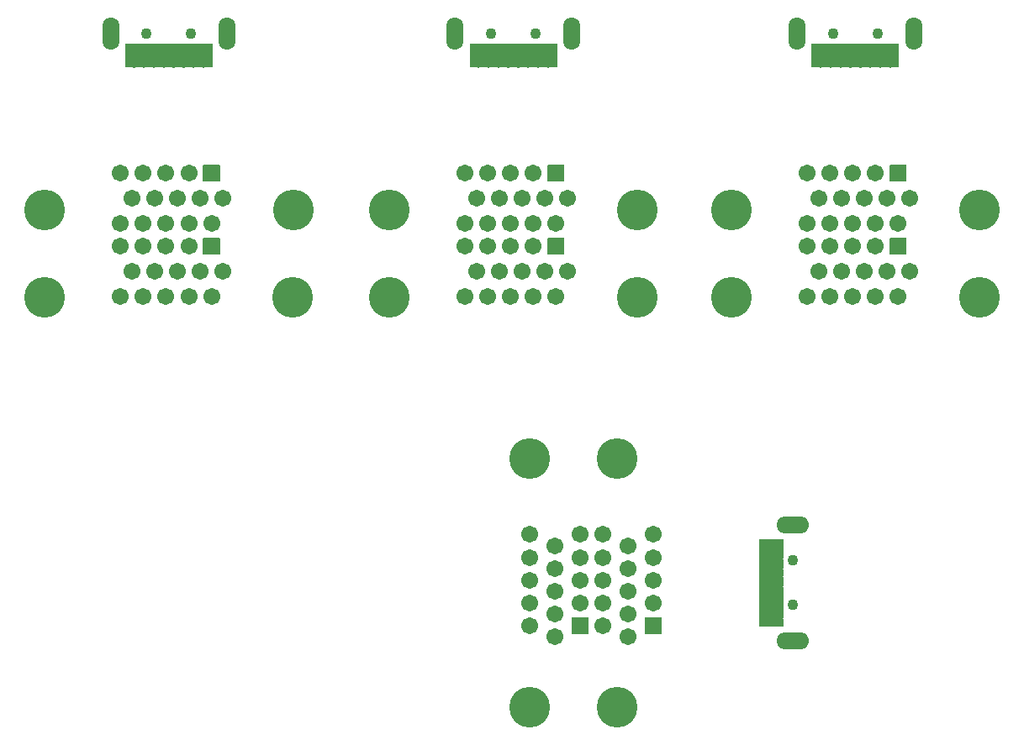
<source format=gbr>
G04 #@! TF.GenerationSoftware,KiCad,Pcbnew,5.1.9-73d0e3b20d~88~ubuntu20.04.1*
G04 #@! TF.CreationDate,2021-06-09T12:04:27-03:00*
G04 #@! TF.ProjectId,adaptador_db15_usb,61646170-7461-4646-9f72-5f646231355f,rev?*
G04 #@! TF.SameCoordinates,Original*
G04 #@! TF.FileFunction,Soldermask,Bot*
G04 #@! TF.FilePolarity,Negative*
%FSLAX46Y46*%
G04 Gerber Fmt 4.6, Leading zero omitted, Abs format (unit mm)*
G04 Created by KiCad (PCBNEW 5.1.9-73d0e3b20d~88~ubuntu20.04.1) date 2021-06-09 12:04:27*
%MOMM*%
%LPD*%
G01*
G04 APERTURE LIST*
%ADD10O,1.702000X3.302000*%
%ADD11C,1.102000*%
%ADD12C,4.102000*%
%ADD13C,1.702000*%
%ADD14O,3.302000X1.702000*%
%ADD15C,0.100000*%
G04 APERTURE END LIST*
D10*
X154545000Y-62745000D03*
X166245000Y-62745000D03*
D11*
X158145000Y-62745000D03*
X162645000Y-62745000D03*
X158145000Y-62745000D03*
X162645000Y-62745000D03*
D10*
X154545000Y-62745000D03*
X166245000Y-62745000D03*
G36*
G01*
X159994000Y-66095001D02*
X159994000Y-63744999D01*
G75*
G02*
X160044999Y-63694000I50999J0D01*
G01*
X160745001Y-63694000D01*
G75*
G02*
X160796000Y-63744999I0J-50999D01*
G01*
X160796000Y-66095001D01*
G75*
G02*
X160745001Y-66146000I-50999J0D01*
G01*
X160044999Y-66146000D01*
G75*
G02*
X159994000Y-66095001I0J50999D01*
G01*
G37*
G36*
G01*
X158994000Y-66095001D02*
X158994000Y-63744999D01*
G75*
G02*
X159044999Y-63694000I50999J0D01*
G01*
X159745001Y-63694000D01*
G75*
G02*
X159796000Y-63744999I0J-50999D01*
G01*
X159796000Y-66095001D01*
G75*
G02*
X159745001Y-66146000I-50999J0D01*
G01*
X159044999Y-66146000D01*
G75*
G02*
X158994000Y-66095001I0J50999D01*
G01*
G37*
G36*
G01*
X157994000Y-66095001D02*
X157994000Y-63744999D01*
G75*
G02*
X158044999Y-63694000I50999J0D01*
G01*
X158745001Y-63694000D01*
G75*
G02*
X158796000Y-63744999I0J-50999D01*
G01*
X158796000Y-66095001D01*
G75*
G02*
X158745001Y-66146000I-50999J0D01*
G01*
X158044999Y-66146000D01*
G75*
G02*
X157994000Y-66095001I0J50999D01*
G01*
G37*
G36*
G01*
X156994000Y-66095001D02*
X156994000Y-63744999D01*
G75*
G02*
X157044999Y-63694000I50999J0D01*
G01*
X157745001Y-63694000D01*
G75*
G02*
X157796000Y-63744999I0J-50999D01*
G01*
X157796000Y-66095001D01*
G75*
G02*
X157745001Y-66146000I-50999J0D01*
G01*
X157044999Y-66146000D01*
G75*
G02*
X156994000Y-66095001I0J50999D01*
G01*
G37*
G36*
G01*
X155994000Y-66095001D02*
X155994000Y-63744999D01*
G75*
G02*
X156044999Y-63694000I50999J0D01*
G01*
X156745001Y-63694000D01*
G75*
G02*
X156796000Y-63744999I0J-50999D01*
G01*
X156796000Y-66095001D01*
G75*
G02*
X156745001Y-66146000I-50999J0D01*
G01*
X156044999Y-66146000D01*
G75*
G02*
X155994000Y-66095001I0J50999D01*
G01*
G37*
G36*
G01*
X160994000Y-66095001D02*
X160994000Y-63744999D01*
G75*
G02*
X161044999Y-63694000I50999J0D01*
G01*
X161745001Y-63694000D01*
G75*
G02*
X161796000Y-63744999I0J-50999D01*
G01*
X161796000Y-66095001D01*
G75*
G02*
X161745001Y-66146000I-50999J0D01*
G01*
X161044999Y-66146000D01*
G75*
G02*
X160994000Y-66095001I0J50999D01*
G01*
G37*
G36*
G01*
X161994000Y-66095001D02*
X161994000Y-63744999D01*
G75*
G02*
X162044999Y-63694000I50999J0D01*
G01*
X162745001Y-63694000D01*
G75*
G02*
X162796000Y-63744999I0J-50999D01*
G01*
X162796000Y-66095001D01*
G75*
G02*
X162745001Y-66146000I-50999J0D01*
G01*
X162044999Y-66146000D01*
G75*
G02*
X161994000Y-66095001I0J50999D01*
G01*
G37*
G36*
G01*
X162994000Y-66095001D02*
X162994000Y-63744999D01*
G75*
G02*
X163044999Y-63694000I50999J0D01*
G01*
X163745001Y-63694000D01*
G75*
G02*
X163796000Y-63744999I0J-50999D01*
G01*
X163796000Y-66095001D01*
G75*
G02*
X163745001Y-66146000I-50999J0D01*
G01*
X163044999Y-66146000D01*
G75*
G02*
X162994000Y-66095001I0J50999D01*
G01*
G37*
G36*
G01*
X163994000Y-66095001D02*
X163994000Y-63744999D01*
G75*
G02*
X164044999Y-63694000I50999J0D01*
G01*
X164745001Y-63694000D01*
G75*
G02*
X164796000Y-63744999I0J-50999D01*
G01*
X164796000Y-66095001D01*
G75*
G02*
X164745001Y-66146000I-50999J0D01*
G01*
X164044999Y-66146000D01*
G75*
G02*
X163994000Y-66095001I0J50999D01*
G01*
G37*
D12*
X147910000Y-80470000D03*
X147910000Y-89270000D03*
X172910000Y-80480000D03*
X172900000Y-89270000D03*
D13*
X155540000Y-76800000D03*
X156685000Y-79340000D03*
X157830000Y-81880000D03*
X160120000Y-81880000D03*
G36*
G01*
X163849000Y-77600000D02*
X163849000Y-76000000D01*
G75*
G02*
X163900000Y-75949000I51000J0D01*
G01*
X165500000Y-75949000D01*
G75*
G02*
X165551000Y-76000000I0J-51000D01*
G01*
X165551000Y-77600000D01*
G75*
G02*
X165500000Y-77651000I-51000J0D01*
G01*
X163900000Y-77651000D01*
G75*
G02*
X163849000Y-77600000I0J51000D01*
G01*
G37*
X164700000Y-81880000D03*
X163555000Y-79340000D03*
X161265000Y-79340000D03*
X157830000Y-76800000D03*
X155540000Y-81880000D03*
X165845000Y-79340000D03*
X158975000Y-79340000D03*
X160120000Y-76800000D03*
X162410000Y-81880000D03*
X162410000Y-76800000D03*
X155540000Y-89240000D03*
X157830000Y-89240000D03*
X160120000Y-89240000D03*
X162410000Y-89240000D03*
X164700000Y-89240000D03*
X156685000Y-86700000D03*
X158975000Y-86700000D03*
X161265000Y-86700000D03*
X163555000Y-86700000D03*
X165845000Y-86700000D03*
X155540000Y-84160000D03*
X157830000Y-84160000D03*
X160120000Y-84160000D03*
X162410000Y-84160000D03*
G36*
G01*
X163849000Y-84960000D02*
X163849000Y-83360000D01*
G75*
G02*
X163900000Y-83309000I51000J0D01*
G01*
X165500000Y-83309000D01*
G75*
G02*
X165551000Y-83360000I0J-51000D01*
G01*
X165551000Y-84960000D01*
G75*
G02*
X165500000Y-85011000I-51000J0D01*
G01*
X163900000Y-85011000D01*
G75*
G02*
X163849000Y-84960000I0J51000D01*
G01*
G37*
D11*
X188545000Y-120325000D03*
X188545000Y-115825000D03*
D14*
X188545000Y-123925000D03*
X188545000Y-112225000D03*
G36*
G01*
X185194999Y-121674000D02*
X187545001Y-121674000D01*
G75*
G02*
X187596000Y-121724999I0J-50999D01*
G01*
X187596000Y-122425001D01*
G75*
G02*
X187545001Y-122476000I-50999J0D01*
G01*
X185194999Y-122476000D01*
G75*
G02*
X185144000Y-122425001I0J50999D01*
G01*
X185144000Y-121724999D01*
G75*
G02*
X185194999Y-121674000I50999J0D01*
G01*
G37*
G36*
G01*
X185194999Y-120674000D02*
X187545001Y-120674000D01*
G75*
G02*
X187596000Y-120724999I0J-50999D01*
G01*
X187596000Y-121425001D01*
G75*
G02*
X187545001Y-121476000I-50999J0D01*
G01*
X185194999Y-121476000D01*
G75*
G02*
X185144000Y-121425001I0J50999D01*
G01*
X185144000Y-120724999D01*
G75*
G02*
X185194999Y-120674000I50999J0D01*
G01*
G37*
G36*
G01*
X185194999Y-119674000D02*
X187545001Y-119674000D01*
G75*
G02*
X187596000Y-119724999I0J-50999D01*
G01*
X187596000Y-120425001D01*
G75*
G02*
X187545001Y-120476000I-50999J0D01*
G01*
X185194999Y-120476000D01*
G75*
G02*
X185144000Y-120425001I0J50999D01*
G01*
X185144000Y-119724999D01*
G75*
G02*
X185194999Y-119674000I50999J0D01*
G01*
G37*
G36*
G01*
X185194999Y-118674000D02*
X187545001Y-118674000D01*
G75*
G02*
X187596000Y-118724999I0J-50999D01*
G01*
X187596000Y-119425001D01*
G75*
G02*
X187545001Y-119476000I-50999J0D01*
G01*
X185194999Y-119476000D01*
G75*
G02*
X185144000Y-119425001I0J50999D01*
G01*
X185144000Y-118724999D01*
G75*
G02*
X185194999Y-118674000I50999J0D01*
G01*
G37*
G36*
G01*
X185194999Y-113674000D02*
X187545001Y-113674000D01*
G75*
G02*
X187596000Y-113724999I0J-50999D01*
G01*
X187596000Y-114425001D01*
G75*
G02*
X187545001Y-114476000I-50999J0D01*
G01*
X185194999Y-114476000D01*
G75*
G02*
X185144000Y-114425001I0J50999D01*
G01*
X185144000Y-113724999D01*
G75*
G02*
X185194999Y-113674000I50999J0D01*
G01*
G37*
G36*
G01*
X185194999Y-114674000D02*
X187545001Y-114674000D01*
G75*
G02*
X187596000Y-114724999I0J-50999D01*
G01*
X187596000Y-115425001D01*
G75*
G02*
X187545001Y-115476000I-50999J0D01*
G01*
X185194999Y-115476000D01*
G75*
G02*
X185144000Y-115425001I0J50999D01*
G01*
X185144000Y-114724999D01*
G75*
G02*
X185194999Y-114674000I50999J0D01*
G01*
G37*
G36*
G01*
X185194999Y-115674000D02*
X187545001Y-115674000D01*
G75*
G02*
X187596000Y-115724999I0J-50999D01*
G01*
X187596000Y-116425001D01*
G75*
G02*
X187545001Y-116476000I-50999J0D01*
G01*
X185194999Y-116476000D01*
G75*
G02*
X185144000Y-116425001I0J50999D01*
G01*
X185144000Y-115724999D01*
G75*
G02*
X185194999Y-115674000I50999J0D01*
G01*
G37*
G36*
G01*
X185194999Y-116674000D02*
X187545001Y-116674000D01*
G75*
G02*
X187596000Y-116724999I0J-50999D01*
G01*
X187596000Y-117425001D01*
G75*
G02*
X187545001Y-117476000I-50999J0D01*
G01*
X185194999Y-117476000D01*
G75*
G02*
X185144000Y-117425001I0J50999D01*
G01*
X185144000Y-116724999D01*
G75*
G02*
X185194999Y-116674000I50999J0D01*
G01*
G37*
G36*
G01*
X185194999Y-117674000D02*
X187545001Y-117674000D01*
G75*
G02*
X187596000Y-117724999I0J-50999D01*
G01*
X187596000Y-118425001D01*
G75*
G02*
X187545001Y-118476000I-50999J0D01*
G01*
X185194999Y-118476000D01*
G75*
G02*
X185144000Y-118425001I0J50999D01*
G01*
X185144000Y-117724999D01*
G75*
G02*
X185194999Y-117674000I50999J0D01*
G01*
G37*
X188545000Y-123925000D03*
X188545000Y-112225000D03*
D11*
X188545000Y-120325000D03*
X188545000Y-115825000D03*
G36*
G01*
X166330000Y-121529000D02*
X167930000Y-121529000D01*
G75*
G02*
X167981000Y-121580000I0J-51000D01*
G01*
X167981000Y-123180000D01*
G75*
G02*
X167930000Y-123231000I-51000J0D01*
G01*
X166330000Y-123231000D01*
G75*
G02*
X166279000Y-123180000I0J51000D01*
G01*
X166279000Y-121580000D01*
G75*
G02*
X166330000Y-121529000I51000J0D01*
G01*
G37*
D13*
X167130000Y-120090000D03*
X167130000Y-117800000D03*
X167130000Y-115510000D03*
X167130000Y-113220000D03*
X164590000Y-123525000D03*
X164590000Y-121235000D03*
X164590000Y-118945000D03*
X164590000Y-116655000D03*
X164590000Y-114365000D03*
X162050000Y-122380000D03*
X162050000Y-120090000D03*
X162050000Y-117800000D03*
X162050000Y-115510000D03*
X162050000Y-113220000D03*
X174490000Y-120090000D03*
X169410000Y-120090000D03*
X174490000Y-117800000D03*
X171950000Y-116655000D03*
X171950000Y-123525000D03*
X169410000Y-113220000D03*
X174490000Y-115510000D03*
X171950000Y-118945000D03*
X171950000Y-121235000D03*
X169410000Y-122380000D03*
G36*
G01*
X173690000Y-121529000D02*
X175290000Y-121529000D01*
G75*
G02*
X175341000Y-121580000I0J-51000D01*
G01*
X175341000Y-123180000D01*
G75*
G02*
X175290000Y-123231000I-51000J0D01*
G01*
X173690000Y-123231000D01*
G75*
G02*
X173639000Y-123180000I0J51000D01*
G01*
X173639000Y-121580000D01*
G75*
G02*
X173690000Y-121529000I51000J0D01*
G01*
G37*
X169410000Y-117800000D03*
X169410000Y-115510000D03*
X171950000Y-114365000D03*
X174490000Y-113220000D03*
D12*
X162020000Y-130580000D03*
X170810000Y-130590000D03*
X162020000Y-105590000D03*
X170820000Y-105590000D03*
D10*
X188995000Y-62745000D03*
X200695000Y-62745000D03*
D11*
X192595000Y-62745000D03*
X197095000Y-62745000D03*
X192595000Y-62745000D03*
X197095000Y-62745000D03*
D10*
X188995000Y-62745000D03*
X200695000Y-62745000D03*
G36*
G01*
X194444000Y-66095001D02*
X194444000Y-63744999D01*
G75*
G02*
X194494999Y-63694000I50999J0D01*
G01*
X195195001Y-63694000D01*
G75*
G02*
X195246000Y-63744999I0J-50999D01*
G01*
X195246000Y-66095001D01*
G75*
G02*
X195195001Y-66146000I-50999J0D01*
G01*
X194494999Y-66146000D01*
G75*
G02*
X194444000Y-66095001I0J50999D01*
G01*
G37*
G36*
G01*
X193444000Y-66095001D02*
X193444000Y-63744999D01*
G75*
G02*
X193494999Y-63694000I50999J0D01*
G01*
X194195001Y-63694000D01*
G75*
G02*
X194246000Y-63744999I0J-50999D01*
G01*
X194246000Y-66095001D01*
G75*
G02*
X194195001Y-66146000I-50999J0D01*
G01*
X193494999Y-66146000D01*
G75*
G02*
X193444000Y-66095001I0J50999D01*
G01*
G37*
G36*
G01*
X192444000Y-66095001D02*
X192444000Y-63744999D01*
G75*
G02*
X192494999Y-63694000I50999J0D01*
G01*
X193195001Y-63694000D01*
G75*
G02*
X193246000Y-63744999I0J-50999D01*
G01*
X193246000Y-66095001D01*
G75*
G02*
X193195001Y-66146000I-50999J0D01*
G01*
X192494999Y-66146000D01*
G75*
G02*
X192444000Y-66095001I0J50999D01*
G01*
G37*
G36*
G01*
X191444000Y-66095001D02*
X191444000Y-63744999D01*
G75*
G02*
X191494999Y-63694000I50999J0D01*
G01*
X192195001Y-63694000D01*
G75*
G02*
X192246000Y-63744999I0J-50999D01*
G01*
X192246000Y-66095001D01*
G75*
G02*
X192195001Y-66146000I-50999J0D01*
G01*
X191494999Y-66146000D01*
G75*
G02*
X191444000Y-66095001I0J50999D01*
G01*
G37*
G36*
G01*
X190444000Y-66095001D02*
X190444000Y-63744999D01*
G75*
G02*
X190494999Y-63694000I50999J0D01*
G01*
X191195001Y-63694000D01*
G75*
G02*
X191246000Y-63744999I0J-50999D01*
G01*
X191246000Y-66095001D01*
G75*
G02*
X191195001Y-66146000I-50999J0D01*
G01*
X190494999Y-66146000D01*
G75*
G02*
X190444000Y-66095001I0J50999D01*
G01*
G37*
G36*
G01*
X195444000Y-66095001D02*
X195444000Y-63744999D01*
G75*
G02*
X195494999Y-63694000I50999J0D01*
G01*
X196195001Y-63694000D01*
G75*
G02*
X196246000Y-63744999I0J-50999D01*
G01*
X196246000Y-66095001D01*
G75*
G02*
X196195001Y-66146000I-50999J0D01*
G01*
X195494999Y-66146000D01*
G75*
G02*
X195444000Y-66095001I0J50999D01*
G01*
G37*
G36*
G01*
X196444000Y-66095001D02*
X196444000Y-63744999D01*
G75*
G02*
X196494999Y-63694000I50999J0D01*
G01*
X197195001Y-63694000D01*
G75*
G02*
X197246000Y-63744999I0J-50999D01*
G01*
X197246000Y-66095001D01*
G75*
G02*
X197195001Y-66146000I-50999J0D01*
G01*
X196494999Y-66146000D01*
G75*
G02*
X196444000Y-66095001I0J50999D01*
G01*
G37*
G36*
G01*
X197444000Y-66095001D02*
X197444000Y-63744999D01*
G75*
G02*
X197494999Y-63694000I50999J0D01*
G01*
X198195001Y-63694000D01*
G75*
G02*
X198246000Y-63744999I0J-50999D01*
G01*
X198246000Y-66095001D01*
G75*
G02*
X198195001Y-66146000I-50999J0D01*
G01*
X197494999Y-66146000D01*
G75*
G02*
X197444000Y-66095001I0J50999D01*
G01*
G37*
G36*
G01*
X198444000Y-66095001D02*
X198444000Y-63744999D01*
G75*
G02*
X198494999Y-63694000I50999J0D01*
G01*
X199195001Y-63694000D01*
G75*
G02*
X199246000Y-63744999I0J-50999D01*
G01*
X199246000Y-66095001D01*
G75*
G02*
X199195001Y-66146000I-50999J0D01*
G01*
X198494999Y-66146000D01*
G75*
G02*
X198444000Y-66095001I0J50999D01*
G01*
G37*
D12*
X182360000Y-80470000D03*
X182360000Y-89270000D03*
X207360000Y-80480000D03*
X207350000Y-89270000D03*
D13*
X189990000Y-76800000D03*
X191135000Y-79340000D03*
X192280000Y-81880000D03*
X194570000Y-81880000D03*
G36*
G01*
X198299000Y-77600000D02*
X198299000Y-76000000D01*
G75*
G02*
X198350000Y-75949000I51000J0D01*
G01*
X199950000Y-75949000D01*
G75*
G02*
X200001000Y-76000000I0J-51000D01*
G01*
X200001000Y-77600000D01*
G75*
G02*
X199950000Y-77651000I-51000J0D01*
G01*
X198350000Y-77651000D01*
G75*
G02*
X198299000Y-77600000I0J51000D01*
G01*
G37*
X199150000Y-81880000D03*
X198005000Y-79340000D03*
X195715000Y-79340000D03*
X192280000Y-76800000D03*
X189990000Y-81880000D03*
X200295000Y-79340000D03*
X193425000Y-79340000D03*
X194570000Y-76800000D03*
X196860000Y-81880000D03*
X196860000Y-76800000D03*
X189990000Y-89240000D03*
X192280000Y-89240000D03*
X194570000Y-89240000D03*
X196860000Y-89240000D03*
X199150000Y-89240000D03*
X191135000Y-86700000D03*
X193425000Y-86700000D03*
X195715000Y-86700000D03*
X198005000Y-86700000D03*
X200295000Y-86700000D03*
X189990000Y-84160000D03*
X192280000Y-84160000D03*
X194570000Y-84160000D03*
X196860000Y-84160000D03*
G36*
G01*
X198299000Y-84960000D02*
X198299000Y-83360000D01*
G75*
G02*
X198350000Y-83309000I51000J0D01*
G01*
X199950000Y-83309000D01*
G75*
G02*
X200001000Y-83360000I0J-51000D01*
G01*
X200001000Y-84960000D01*
G75*
G02*
X199950000Y-85011000I-51000J0D01*
G01*
X198350000Y-85011000D01*
G75*
G02*
X198299000Y-84960000I0J51000D01*
G01*
G37*
D11*
X127945000Y-62745000D03*
X123445000Y-62745000D03*
D10*
X131545000Y-62745000D03*
X119845000Y-62745000D03*
G36*
G01*
X129294000Y-66095001D02*
X129294000Y-63744999D01*
G75*
G02*
X129344999Y-63694000I50999J0D01*
G01*
X130045001Y-63694000D01*
G75*
G02*
X130096000Y-63744999I0J-50999D01*
G01*
X130096000Y-66095001D01*
G75*
G02*
X130045001Y-66146000I-50999J0D01*
G01*
X129344999Y-66146000D01*
G75*
G02*
X129294000Y-66095001I0J50999D01*
G01*
G37*
G36*
G01*
X128294000Y-66095001D02*
X128294000Y-63744999D01*
G75*
G02*
X128344999Y-63694000I50999J0D01*
G01*
X129045001Y-63694000D01*
G75*
G02*
X129096000Y-63744999I0J-50999D01*
G01*
X129096000Y-66095001D01*
G75*
G02*
X129045001Y-66146000I-50999J0D01*
G01*
X128344999Y-66146000D01*
G75*
G02*
X128294000Y-66095001I0J50999D01*
G01*
G37*
G36*
G01*
X127294000Y-66095001D02*
X127294000Y-63744999D01*
G75*
G02*
X127344999Y-63694000I50999J0D01*
G01*
X128045001Y-63694000D01*
G75*
G02*
X128096000Y-63744999I0J-50999D01*
G01*
X128096000Y-66095001D01*
G75*
G02*
X128045001Y-66146000I-50999J0D01*
G01*
X127344999Y-66146000D01*
G75*
G02*
X127294000Y-66095001I0J50999D01*
G01*
G37*
G36*
G01*
X126294000Y-66095001D02*
X126294000Y-63744999D01*
G75*
G02*
X126344999Y-63694000I50999J0D01*
G01*
X127045001Y-63694000D01*
G75*
G02*
X127096000Y-63744999I0J-50999D01*
G01*
X127096000Y-66095001D01*
G75*
G02*
X127045001Y-66146000I-50999J0D01*
G01*
X126344999Y-66146000D01*
G75*
G02*
X126294000Y-66095001I0J50999D01*
G01*
G37*
G36*
G01*
X121294000Y-66095001D02*
X121294000Y-63744999D01*
G75*
G02*
X121344999Y-63694000I50999J0D01*
G01*
X122045001Y-63694000D01*
G75*
G02*
X122096000Y-63744999I0J-50999D01*
G01*
X122096000Y-66095001D01*
G75*
G02*
X122045001Y-66146000I-50999J0D01*
G01*
X121344999Y-66146000D01*
G75*
G02*
X121294000Y-66095001I0J50999D01*
G01*
G37*
G36*
G01*
X122294000Y-66095001D02*
X122294000Y-63744999D01*
G75*
G02*
X122344999Y-63694000I50999J0D01*
G01*
X123045001Y-63694000D01*
G75*
G02*
X123096000Y-63744999I0J-50999D01*
G01*
X123096000Y-66095001D01*
G75*
G02*
X123045001Y-66146000I-50999J0D01*
G01*
X122344999Y-66146000D01*
G75*
G02*
X122294000Y-66095001I0J50999D01*
G01*
G37*
G36*
G01*
X123294000Y-66095001D02*
X123294000Y-63744999D01*
G75*
G02*
X123344999Y-63694000I50999J0D01*
G01*
X124045001Y-63694000D01*
G75*
G02*
X124096000Y-63744999I0J-50999D01*
G01*
X124096000Y-66095001D01*
G75*
G02*
X124045001Y-66146000I-50999J0D01*
G01*
X123344999Y-66146000D01*
G75*
G02*
X123294000Y-66095001I0J50999D01*
G01*
G37*
G36*
G01*
X124294000Y-66095001D02*
X124294000Y-63744999D01*
G75*
G02*
X124344999Y-63694000I50999J0D01*
G01*
X125045001Y-63694000D01*
G75*
G02*
X125096000Y-63744999I0J-50999D01*
G01*
X125096000Y-66095001D01*
G75*
G02*
X125045001Y-66146000I-50999J0D01*
G01*
X124344999Y-66146000D01*
G75*
G02*
X124294000Y-66095001I0J50999D01*
G01*
G37*
G36*
G01*
X125294000Y-66095001D02*
X125294000Y-63744999D01*
G75*
G02*
X125344999Y-63694000I50999J0D01*
G01*
X126045001Y-63694000D01*
G75*
G02*
X126096000Y-63744999I0J-50999D01*
G01*
X126096000Y-66095001D01*
G75*
G02*
X126045001Y-66146000I-50999J0D01*
G01*
X125344999Y-66146000D01*
G75*
G02*
X125294000Y-66095001I0J50999D01*
G01*
G37*
X131545000Y-62745000D03*
X119845000Y-62745000D03*
D11*
X127945000Y-62745000D03*
X123445000Y-62745000D03*
G36*
G01*
X129149000Y-84960000D02*
X129149000Y-83360000D01*
G75*
G02*
X129200000Y-83309000I51000J0D01*
G01*
X130800000Y-83309000D01*
G75*
G02*
X130851000Y-83360000I0J-51000D01*
G01*
X130851000Y-84960000D01*
G75*
G02*
X130800000Y-85011000I-51000J0D01*
G01*
X129200000Y-85011000D01*
G75*
G02*
X129149000Y-84960000I0J51000D01*
G01*
G37*
D13*
X127710000Y-84160000D03*
X125420000Y-84160000D03*
X123130000Y-84160000D03*
X120840000Y-84160000D03*
X131145000Y-86700000D03*
X128855000Y-86700000D03*
X126565000Y-86700000D03*
X124275000Y-86700000D03*
X121985000Y-86700000D03*
X130000000Y-89240000D03*
X127710000Y-89240000D03*
X125420000Y-89240000D03*
X123130000Y-89240000D03*
X120840000Y-89240000D03*
X127710000Y-76800000D03*
X127710000Y-81880000D03*
X125420000Y-76800000D03*
X124275000Y-79340000D03*
X131145000Y-79340000D03*
X120840000Y-81880000D03*
X123130000Y-76800000D03*
X126565000Y-79340000D03*
X128855000Y-79340000D03*
X130000000Y-81880000D03*
G36*
G01*
X129149000Y-77600000D02*
X129149000Y-76000000D01*
G75*
G02*
X129200000Y-75949000I51000J0D01*
G01*
X130800000Y-75949000D01*
G75*
G02*
X130851000Y-76000000I0J-51000D01*
G01*
X130851000Y-77600000D01*
G75*
G02*
X130800000Y-77651000I-51000J0D01*
G01*
X129200000Y-77651000D01*
G75*
G02*
X129149000Y-77600000I0J51000D01*
G01*
G37*
X125420000Y-81880000D03*
X123130000Y-81880000D03*
X121985000Y-79340000D03*
X120840000Y-76800000D03*
D12*
X138200000Y-89270000D03*
X138210000Y-80480000D03*
X113210000Y-89270000D03*
X113210000Y-80470000D03*
D15*
G36*
X187597732Y-121475000D02*
G01*
X187598000Y-121476000D01*
X187598000Y-121674000D01*
X187597000Y-121675732D01*
X187596000Y-121676000D01*
X185144000Y-121676000D01*
X185142268Y-121675000D01*
X185142000Y-121674000D01*
X185142000Y-121476000D01*
X185143000Y-121474268D01*
X185144000Y-121474000D01*
X187596000Y-121474000D01*
X187597732Y-121475000D01*
G37*
G36*
X187597732Y-120475000D02*
G01*
X187598000Y-120476000D01*
X187598000Y-120674000D01*
X187597000Y-120675732D01*
X187596000Y-120676000D01*
X185144000Y-120676000D01*
X185142268Y-120675000D01*
X185142000Y-120674000D01*
X185142000Y-120476000D01*
X185143000Y-120474268D01*
X185144000Y-120474000D01*
X187596000Y-120474000D01*
X187597732Y-120475000D01*
G37*
G36*
X187597732Y-119475000D02*
G01*
X187598000Y-119476000D01*
X187598000Y-119674000D01*
X187597000Y-119675732D01*
X187596000Y-119676000D01*
X185144000Y-119676000D01*
X185142268Y-119675000D01*
X185142000Y-119674000D01*
X185142000Y-119476000D01*
X185143000Y-119474268D01*
X185144000Y-119474000D01*
X187596000Y-119474000D01*
X187597732Y-119475000D01*
G37*
G36*
X187597732Y-118475000D02*
G01*
X187598000Y-118476000D01*
X187598000Y-118674000D01*
X187597000Y-118675732D01*
X187596000Y-118676000D01*
X185144000Y-118676000D01*
X185142268Y-118675000D01*
X185142000Y-118674000D01*
X185142000Y-118476000D01*
X185143000Y-118474268D01*
X185144000Y-118474000D01*
X187596000Y-118474000D01*
X187597732Y-118475000D01*
G37*
G36*
X187597732Y-117475000D02*
G01*
X187598000Y-117476000D01*
X187598000Y-117674000D01*
X187597000Y-117675732D01*
X187596000Y-117676000D01*
X185144000Y-117676000D01*
X185142268Y-117675000D01*
X185142000Y-117674000D01*
X185142000Y-117476000D01*
X185143000Y-117474268D01*
X185144000Y-117474000D01*
X187596000Y-117474000D01*
X187597732Y-117475000D01*
G37*
G36*
X187597732Y-116475000D02*
G01*
X187598000Y-116476000D01*
X187598000Y-116674000D01*
X187597000Y-116675732D01*
X187596000Y-116676000D01*
X185144000Y-116676000D01*
X185142268Y-116675000D01*
X185142000Y-116674000D01*
X185142000Y-116476000D01*
X185143000Y-116474268D01*
X185144000Y-116474000D01*
X187596000Y-116474000D01*
X187597732Y-116475000D01*
G37*
G36*
X187597732Y-115475000D02*
G01*
X187598000Y-115476000D01*
X187598000Y-115674000D01*
X187597000Y-115675732D01*
X187596000Y-115676000D01*
X185144000Y-115676000D01*
X185142268Y-115675000D01*
X185142000Y-115674000D01*
X185142000Y-115476000D01*
X185143000Y-115474268D01*
X185144000Y-115474000D01*
X187596000Y-115474000D01*
X187597732Y-115475000D01*
G37*
G36*
X187597732Y-114475000D02*
G01*
X187598000Y-114476000D01*
X187598000Y-114674000D01*
X187597000Y-114675732D01*
X187596000Y-114676000D01*
X185144000Y-114676000D01*
X185142268Y-114675000D01*
X185142000Y-114674000D01*
X185142000Y-114476000D01*
X185143000Y-114474268D01*
X185144000Y-114474000D01*
X187596000Y-114474000D01*
X187597732Y-114475000D01*
G37*
G36*
X161995732Y-63693000D02*
G01*
X161996000Y-63694000D01*
X161996000Y-66146000D01*
X161995000Y-66147732D01*
X161994000Y-66148000D01*
X161796000Y-66148000D01*
X161794268Y-66147000D01*
X161794000Y-66146000D01*
X161794000Y-63694000D01*
X161795000Y-63692268D01*
X161796000Y-63692000D01*
X161994000Y-63692000D01*
X161995732Y-63693000D01*
G37*
G36*
X198445732Y-63693000D02*
G01*
X198446000Y-63694000D01*
X198446000Y-66146000D01*
X198445000Y-66147732D01*
X198444000Y-66148000D01*
X198246000Y-66148000D01*
X198244268Y-66147000D01*
X198244000Y-66146000D01*
X198244000Y-63694000D01*
X198245000Y-63692268D01*
X198246000Y-63692000D01*
X198444000Y-63692000D01*
X198445732Y-63693000D01*
G37*
G36*
X162995732Y-63693000D02*
G01*
X162996000Y-63694000D01*
X162996000Y-66146000D01*
X162995000Y-66147732D01*
X162994000Y-66148000D01*
X162796000Y-66148000D01*
X162794268Y-66147000D01*
X162794000Y-66146000D01*
X162794000Y-63694000D01*
X162795000Y-63692268D01*
X162796000Y-63692000D01*
X162994000Y-63692000D01*
X162995732Y-63693000D01*
G37*
G36*
X163995732Y-63693000D02*
G01*
X163996000Y-63694000D01*
X163996000Y-66146000D01*
X163995000Y-66147732D01*
X163994000Y-66148000D01*
X163796000Y-66148000D01*
X163794268Y-66147000D01*
X163794000Y-66146000D01*
X163794000Y-63694000D01*
X163795000Y-63692268D01*
X163796000Y-63692000D01*
X163994000Y-63692000D01*
X163995732Y-63693000D01*
G37*
G36*
X191445732Y-63693000D02*
G01*
X191446000Y-63694000D01*
X191446000Y-66146000D01*
X191445000Y-66147732D01*
X191444000Y-66148000D01*
X191246000Y-66148000D01*
X191244268Y-66147000D01*
X191244000Y-66146000D01*
X191244000Y-63694000D01*
X191245000Y-63692268D01*
X191246000Y-63692000D01*
X191444000Y-63692000D01*
X191445732Y-63693000D01*
G37*
G36*
X192445732Y-63693000D02*
G01*
X192446000Y-63694000D01*
X192446000Y-66146000D01*
X192445000Y-66147732D01*
X192444000Y-66148000D01*
X192246000Y-66148000D01*
X192244268Y-66147000D01*
X192244000Y-66146000D01*
X192244000Y-63694000D01*
X192245000Y-63692268D01*
X192246000Y-63692000D01*
X192444000Y-63692000D01*
X192445732Y-63693000D01*
G37*
G36*
X193445732Y-63693000D02*
G01*
X193446000Y-63694000D01*
X193446000Y-66146000D01*
X193445000Y-66147732D01*
X193444000Y-66148000D01*
X193246000Y-66148000D01*
X193244268Y-66147000D01*
X193244000Y-66146000D01*
X193244000Y-63694000D01*
X193245000Y-63692268D01*
X193246000Y-63692000D01*
X193444000Y-63692000D01*
X193445732Y-63693000D01*
G37*
G36*
X194445732Y-63693000D02*
G01*
X194446000Y-63694000D01*
X194446000Y-66146000D01*
X194445000Y-66147732D01*
X194444000Y-66148000D01*
X194246000Y-66148000D01*
X194244268Y-66147000D01*
X194244000Y-66146000D01*
X194244000Y-63694000D01*
X194245000Y-63692268D01*
X194246000Y-63692000D01*
X194444000Y-63692000D01*
X194445732Y-63693000D01*
G37*
G36*
X195445732Y-63693000D02*
G01*
X195446000Y-63694000D01*
X195446000Y-66146000D01*
X195445000Y-66147732D01*
X195444000Y-66148000D01*
X195246000Y-66148000D01*
X195244268Y-66147000D01*
X195244000Y-66146000D01*
X195244000Y-63694000D01*
X195245000Y-63692268D01*
X195246000Y-63692000D01*
X195444000Y-63692000D01*
X195445732Y-63693000D01*
G37*
G36*
X196445732Y-63693000D02*
G01*
X196446000Y-63694000D01*
X196446000Y-66146000D01*
X196445000Y-66147732D01*
X196444000Y-66148000D01*
X196246000Y-66148000D01*
X196244268Y-66147000D01*
X196244000Y-66146000D01*
X196244000Y-63694000D01*
X196245000Y-63692268D01*
X196246000Y-63692000D01*
X196444000Y-63692000D01*
X196445732Y-63693000D01*
G37*
G36*
X197445732Y-63693000D02*
G01*
X197446000Y-63694000D01*
X197446000Y-66146000D01*
X197445000Y-66147732D01*
X197444000Y-66148000D01*
X197246000Y-66148000D01*
X197244268Y-66147000D01*
X197244000Y-66146000D01*
X197244000Y-63694000D01*
X197245000Y-63692268D01*
X197246000Y-63692000D01*
X197444000Y-63692000D01*
X197445732Y-63693000D01*
G37*
G36*
X129295732Y-63693000D02*
G01*
X129296000Y-63694000D01*
X129296000Y-66146000D01*
X129295000Y-66147732D01*
X129294000Y-66148000D01*
X129096000Y-66148000D01*
X129094268Y-66147000D01*
X129094000Y-66146000D01*
X129094000Y-63694000D01*
X129095000Y-63692268D01*
X129096000Y-63692000D01*
X129294000Y-63692000D01*
X129295732Y-63693000D01*
G37*
G36*
X123295732Y-63693000D02*
G01*
X123296000Y-63694000D01*
X123296000Y-66146000D01*
X123295000Y-66147732D01*
X123294000Y-66148000D01*
X123096000Y-66148000D01*
X123094268Y-66147000D01*
X123094000Y-66146000D01*
X123094000Y-63694000D01*
X123095000Y-63692268D01*
X123096000Y-63692000D01*
X123294000Y-63692000D01*
X123295732Y-63693000D01*
G37*
G36*
X124295732Y-63693000D02*
G01*
X124296000Y-63694000D01*
X124296000Y-66146000D01*
X124295000Y-66147732D01*
X124294000Y-66148000D01*
X124096000Y-66148000D01*
X124094268Y-66147000D01*
X124094000Y-66146000D01*
X124094000Y-63694000D01*
X124095000Y-63692268D01*
X124096000Y-63692000D01*
X124294000Y-63692000D01*
X124295732Y-63693000D01*
G37*
G36*
X125295732Y-63693000D02*
G01*
X125296000Y-63694000D01*
X125296000Y-66146000D01*
X125295000Y-66147732D01*
X125294000Y-66148000D01*
X125096000Y-66148000D01*
X125094268Y-66147000D01*
X125094000Y-66146000D01*
X125094000Y-63694000D01*
X125095000Y-63692268D01*
X125096000Y-63692000D01*
X125294000Y-63692000D01*
X125295732Y-63693000D01*
G37*
G36*
X126295732Y-63693000D02*
G01*
X126296000Y-63694000D01*
X126296000Y-66146000D01*
X126295000Y-66147732D01*
X126294000Y-66148000D01*
X126096000Y-66148000D01*
X126094268Y-66147000D01*
X126094000Y-66146000D01*
X126094000Y-63694000D01*
X126095000Y-63692268D01*
X126096000Y-63692000D01*
X126294000Y-63692000D01*
X126295732Y-63693000D01*
G37*
G36*
X127295732Y-63693000D02*
G01*
X127296000Y-63694000D01*
X127296000Y-66146000D01*
X127295000Y-66147732D01*
X127294000Y-66148000D01*
X127096000Y-66148000D01*
X127094268Y-66147000D01*
X127094000Y-66146000D01*
X127094000Y-63694000D01*
X127095000Y-63692268D01*
X127096000Y-63692000D01*
X127294000Y-63692000D01*
X127295732Y-63693000D01*
G37*
G36*
X128295732Y-63693000D02*
G01*
X128296000Y-63694000D01*
X128296000Y-66146000D01*
X128295000Y-66147732D01*
X128294000Y-66148000D01*
X128096000Y-66148000D01*
X128094268Y-66147000D01*
X128094000Y-66146000D01*
X128094000Y-63694000D01*
X128095000Y-63692268D01*
X128096000Y-63692000D01*
X128294000Y-63692000D01*
X128295732Y-63693000D01*
G37*
G36*
X156995732Y-63693000D02*
G01*
X156996000Y-63694000D01*
X156996000Y-66146000D01*
X156995000Y-66147732D01*
X156994000Y-66148000D01*
X156796000Y-66148000D01*
X156794268Y-66147000D01*
X156794000Y-66146000D01*
X156794000Y-63694000D01*
X156795000Y-63692268D01*
X156796000Y-63692000D01*
X156994000Y-63692000D01*
X156995732Y-63693000D01*
G37*
G36*
X157995732Y-63693000D02*
G01*
X157996000Y-63694000D01*
X157996000Y-66146000D01*
X157995000Y-66147732D01*
X157994000Y-66148000D01*
X157796000Y-66148000D01*
X157794268Y-66147000D01*
X157794000Y-66146000D01*
X157794000Y-63694000D01*
X157795000Y-63692268D01*
X157796000Y-63692000D01*
X157994000Y-63692000D01*
X157995732Y-63693000D01*
G37*
G36*
X158995732Y-63693000D02*
G01*
X158996000Y-63694000D01*
X158996000Y-66146000D01*
X158995000Y-66147732D01*
X158994000Y-66148000D01*
X158796000Y-66148000D01*
X158794268Y-66147000D01*
X158794000Y-66146000D01*
X158794000Y-63694000D01*
X158795000Y-63692268D01*
X158796000Y-63692000D01*
X158994000Y-63692000D01*
X158995732Y-63693000D01*
G37*
G36*
X159995732Y-63693000D02*
G01*
X159996000Y-63694000D01*
X159996000Y-66146000D01*
X159995000Y-66147732D01*
X159994000Y-66148000D01*
X159796000Y-66148000D01*
X159794268Y-66147000D01*
X159794000Y-66146000D01*
X159794000Y-63694000D01*
X159795000Y-63692268D01*
X159796000Y-63692000D01*
X159994000Y-63692000D01*
X159995732Y-63693000D01*
G37*
G36*
X122295732Y-63693000D02*
G01*
X122296000Y-63694000D01*
X122296000Y-66146000D01*
X122295000Y-66147732D01*
X122294000Y-66148000D01*
X122096000Y-66148000D01*
X122094268Y-66147000D01*
X122094000Y-66146000D01*
X122094000Y-63694000D01*
X122095000Y-63692268D01*
X122096000Y-63692000D01*
X122294000Y-63692000D01*
X122295732Y-63693000D01*
G37*
G36*
X160995732Y-63693000D02*
G01*
X160996000Y-63694000D01*
X160996000Y-66146000D01*
X160995000Y-66147732D01*
X160994000Y-66148000D01*
X160796000Y-66148000D01*
X160794268Y-66147000D01*
X160794000Y-66146000D01*
X160794000Y-63694000D01*
X160795000Y-63692268D01*
X160796000Y-63692000D01*
X160994000Y-63692000D01*
X160995732Y-63693000D01*
G37*
M02*

</source>
